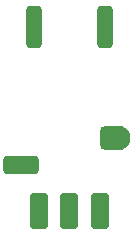
<source format=gbr>
G04 #@! TF.GenerationSoftware,KiCad,Pcbnew,(6.0.0-0)*
G04 #@! TF.CreationDate,2021-12-28T14:09:52-05:00*
G04 #@! TF.ProjectId,9DIN2VGA_Top,3944494e-3256-4474-915f-546f702e6b69,1*
G04 #@! TF.SameCoordinates,Original*
G04 #@! TF.FileFunction,Soldermask,Bot*
G04 #@! TF.FilePolarity,Negative*
%FSLAX46Y46*%
G04 Gerber Fmt 4.6, Leading zero omitted, Abs format (unit mm)*
G04 Created by KiCad (PCBNEW (6.0.0-0)) date 2021-12-28 14:09:52*
%MOMM*%
%LPD*%
G01*
G04 APERTURE LIST*
G04 Aperture macros list*
%AMRoundRect*
0 Rectangle with rounded corners*
0 $1 Rounding radius*
0 $2 $3 $4 $5 $6 $7 $8 $9 X,Y pos of 4 corners*
0 Add a 4 corners polygon primitive as box body*
4,1,4,$2,$3,$4,$5,$6,$7,$8,$9,$2,$3,0*
0 Add four circle primitives for the rounded corners*
1,1,$1+$1,$2,$3*
1,1,$1+$1,$4,$5*
1,1,$1+$1,$6,$7*
1,1,$1+$1,$8,$9*
0 Add four rect primitives between the rounded corners*
20,1,$1+$1,$2,$3,$4,$5,0*
20,1,$1+$1,$4,$5,$6,$7,0*
20,1,$1+$1,$6,$7,$8,$9,0*
20,1,$1+$1,$8,$9,$2,$3,0*%
G04 Aperture macros list end*
%ADD10RoundRect,0.350800X-0.300000X-1.450000X0.300000X-1.450000X0.300000X1.450000X-0.300000X1.450000X0*%
%ADD11RoundRect,0.425800X-0.375000X-1.125000X0.375000X-1.125000X0.375000X1.125000X-0.375000X1.125000X0*%
%ADD12RoundRect,0.425800X1.125000X-0.375000X1.125000X0.375000X-1.125000X0.375000X-1.125000X-0.375000X0*%
%ADD13RoundRect,0.550800X-0.500000X-0.500000X0.500000X-0.500000X0.500000X0.500000X-0.500000X0.500000X0*%
%ADD14C,2.101600*%
G04 APERTURE END LIST*
D10*
X151230000Y-89690000D03*
X145230000Y-89690000D03*
D11*
X150770000Y-105310000D03*
X148210000Y-105310000D03*
X145680000Y-105310000D03*
D12*
X144160000Y-101390000D03*
D13*
X151830000Y-99110000D03*
D14*
X152300000Y-99110000D03*
M02*

</source>
